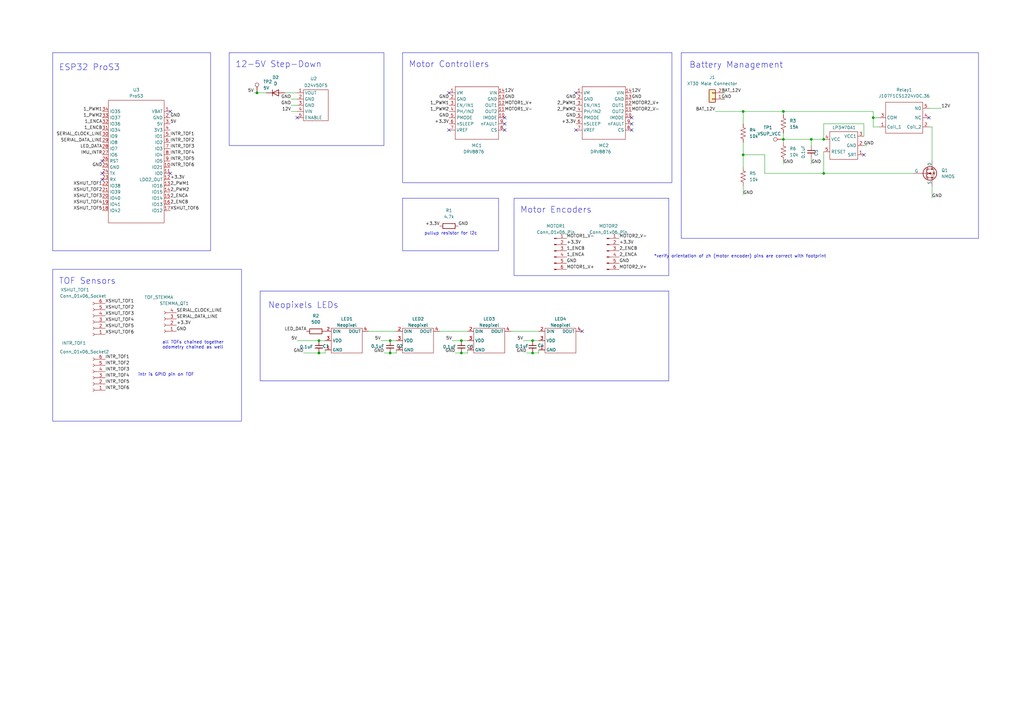
<source format=kicad_sch>
(kicad_sch (version 20231120) (generator "eeschema") (generator_version "8.0")
  (paper "A3")
  (lib_symbols
    (symbol "Connector:Conn_01x04_Socket" (pin_names (offset 1.016) hide)
      (property "Reference" "J" (at 0 5.08 0))
      (property "Value" "Conn_01x04_Socket" (at 0 -7.62 0))
      (symbol "Conn_01x04_Socket_1_1"
        (arc (start 0 -4.572) (mid -0.5058 -5.08) (end 0 -5.588) (stroke (width 0.1524)))
        (arc (start 0 -2.032) (mid -0.5058 -2.54) (end 0 -3.048) (stroke (width 0.1524)))
        (polyline (pts (xy -1.27 -5.08) (xy -0.508 -5.08)) (stroke (width 0.1524)))
        (polyline (pts (xy -1.27 -2.54) (xy -0.508 -2.54)) (stroke (width 0.1524)))
        (polyline (pts (xy -1.27 0) (xy -0.508 0)) (stroke (width 0.1524)))
        (polyline (pts (xy -1.27 2.54) (xy -0.508 2.54)) (stroke (width 0.1524)))
        (arc (start 0 0.508) (mid -0.5058 0) (end 0 -0.508) (stroke (width 0.1524)))
        (arc (start 0 3.048) (mid -0.5058 2.54) (end 0 2.032) (stroke (width 0.1524)))
        (pin passive line (at -5.08 2.54 0) (length 3.81) (name "Pin_1") (number "1"))
        (pin passive line (at -5.08 0 0) (length 3.81) (name "Pin_2") (number "2"))
        (pin passive line (at -5.08 -2.54 0) (length 3.81) (name "Pin_3") (number "3"))
        (pin passive line (at -5.08 -5.08 0) (length 3.81) (name "Pin_4") (number "4"))
      )
    )
    (symbol "Connector:Conn_01x06_Pin" (pin_names (offset 1.016) hide)
      (property "Reference" "J" (at 0 7.62 0))
      (property "Value" "Conn_01x06_Pin" (at 0 -10.16 0))
      (symbol "Conn_01x06_Pin_1_1"
        (polyline (pts (xy 1.27 -7.62) (xy 0.8636 -7.62)) (stroke (width 0.1524)))
        (polyline (pts (xy 1.27 -5.08) (xy 0.8636 -5.08)) (stroke (width 0.1524)))
        (polyline (pts (xy 1.27 -2.54) (xy 0.8636 -2.54)) (stroke (width 0.1524)))
        (polyline (pts (xy 1.27 0) (xy 0.8636 0)) (stroke (width 0.1524)))
        (polyline (pts (xy 1.27 2.54) (xy 0.8636 2.54)) (stroke (width 0.1524)))
        (polyline (pts (xy 1.27 5.08) (xy 0.8636 5.08)) (stroke (width 0.1524)))
        (rectangle (start 0.8636 -7.493) (end 0 -7.747) (stroke (width 0.1524)) (fill (type outline)))
        (rectangle (start 0.8636 -4.953) (end 0 -5.207) (stroke (width 0.1524)) (fill (type outline)))
        (rectangle (start 0.8636 -2.413) (end 0 -2.667) (stroke (width 0.1524)) (fill (type outline)))
        (rectangle (start 0.8636 0.127) (end 0 -0.127) (stroke (width 0.1524)) (fill (type outline)))
        (rectangle (start 0.8636 2.667) (end 0 2.413) (stroke (width 0.1524)) (fill (type outline)))
        (rectangle (start 0.8636 5.207) (end 0 4.953) (stroke (width 0.1524)) (fill (type outline)))
        (pin passive line (at 5.08 5.08 180) (length 3.81) (name "Pin_1") (number "1"))
        (pin passive line (at 5.08 2.54 180) (length 3.81) (name "Pin_2") (number "2"))
        (pin passive line (at 5.08 0 180) (length 3.81) (name "Pin_3") (number "3"))
        (pin passive line (at 5.08 -2.54 180) (length 3.81) (name "Pin_4") (number "4"))
        (pin passive line (at 5.08 -5.08 180) (length 3.81) (name "Pin_5") (number "5"))
        (pin passive line (at 5.08 -7.62 180) (length 3.81) (name "Pin_6") (number "6"))
      )
    )
    (symbol "Connector:Conn_01x06_Socket" (pin_names (offset 1.016) hide)
      (property "Reference" "J" (at 0 7.62 0))
      (property "Value" "Conn_01x06_Socket" (at 0 -10.16 0))
      (symbol "Conn_01x06_Socket_1_1"
        (arc (start 0 -7.112) (mid -0.5058 -7.62) (end 0 -8.128) (stroke (width 0.1524)))
        (arc (start 0 -4.572) (mid -0.5058 -5.08) (end 0 -5.588) (stroke (width 0.1524)))
        (arc (start 0 -2.032) (mid -0.5058 -2.54) (end 0 -3.048) (stroke (width 0.1524)))
        (polyline (pts (xy -1.27 -7.62) (xy -0.508 -7.62)) (stroke (width 0.1524)))
        (polyline (pts (xy -1.27 -5.08) (xy -0.508 -5.08)) (stroke (width 0.1524)))
        (polyline (pts (xy -1.27 -2.54) (xy -0.508 -2.54)) (stroke (width 0.1524)))
        (polyline (pts (xy -1.27 0) (xy -0.508 0)) (stroke (width 0.1524)))
        (polyline (pts (xy -1.27 2.54) (xy -0.508 2.54)) (stroke (width 0.1524)))
        (polyline (pts (xy -1.27 5.08) (xy -0.508 5.08)) (stroke (width 0.1524)))
        (arc (start 0 0.508) (mid -0.5058 0) (end 0 -0.508) (stroke (width 0.1524)))
        (arc (start 0 3.048) (mid -0.5058 2.54) (end 0 2.032) (stroke (width 0.1524)))
        (arc (start 0 5.588) (mid -0.5058 5.08) (end 0 4.572) (stroke (width 0.1524)))
        (pin passive line (at -5.08 5.08 0) (length 3.81) (name "Pin_1") (number "1"))
        (pin passive line (at -5.08 2.54 0) (length 3.81) (name "Pin_2") (number "2"))
        (pin passive line (at -5.08 0 0) (length 3.81) (name "Pin_3") (number "3"))
        (pin passive line (at -5.08 -2.54 0) (length 3.81) (name "Pin_4") (number "4"))
        (pin passive line (at -5.08 -5.08 0) (length 3.81) (name "Pin_5") (number "5"))
        (pin passive line (at -5.08 -7.62 0) (length 3.81) (name "Pin_6") (number "6"))
      )
    )
    (symbol "Connector:TestPoint" (pin_numbers hide) (pin_names (offset 0.762) hide)
      (property "Reference" "TP" (at 0 6.858 0))
      (property "Value" "TestPoint" (at 0 5.08 0))
      (symbol "TestPoint_0_1"
        (circle (center 0 3.302) (radius 0.762))
      )
      (symbol "TestPoint_1_1"
        (pin passive line (at 0 0 90) (length 2.54) (name "1") (number "1"))
      )
    )
    (symbol "Connector_Generic:Conn_01x02" (pin_names (offset 1.016) hide)
      (property "Reference" "J" (at 0 2.54 0))
      (property "Value" "Conn_01x02" (at 0 -5.08 0))
      (symbol "Conn_01x02_1_1"
        (rectangle (start -1.27 -2.413) (end 0 -2.667) (stroke (width 0.1524)))
        (rectangle (start -1.27 0.127) (end 0 -0.127) (stroke (width 0.1524)))
        (rectangle (start -1.27 1.27) (end 1.27 -3.81) (stroke (width 0.254)) (fill (type background)))
        (pin passive line (at -5.08 0 0) (length 3.81) (name "Pin_1") (number "1"))
        (pin passive line (at -5.08 -2.54 0) (length 3.81) (name "Pin_2") (number "2"))
      )
    )
    (symbol "Device:C_Small" (pin_numbers hide) (pin_names (offset 0.254) hide)
      (property "Reference" "C" (at 0.254 1.778 0))
      (property "Value" "C_Small" (at 0.254 -2.032 0))
      (symbol "C_Small_0_1"
        (polyline (pts (xy -1.524 -0.508) (xy 1.524 -0.508)) (stroke (width 0.3302)))
        (polyline (pts (xy -1.524 0.508) (xy 1.524 0.508)) (stroke (width 0.3048)))
      )
      (symbol "C_Small_1_1"
        (pin passive line (at 0 2.54 270) (length 2.032) (name "~") (number "1"))
        (pin passive line (at 0 -2.54 90) (length 2.032) (name "~") (number "2"))
      )
    )
    (symbol "Device:D" (pin_numbers hide) (pin_names (offset 1.016) hide)
      (property "Reference" "D" (at 0 2.54 0))
      (property "Value" "D" (at 0 -2.54 0))
      (symbol "D_0_1"
        (polyline (pts (xy -1.27 1.27) (xy -1.27 -1.27)) (stroke (width 0.254)))
        (polyline (pts (xy 1.27 0) (xy -1.27 0)))
        (polyline (pts (xy 1.27 1.27) (xy 1.27 -1.27) (xy -1.27 0) (xy 1.27 1.27)) (stroke (width 0.254)))
      )
      (symbol "D_1_1"
        (pin passive line (at -3.81 0 0) (length 2.54) (name "K") (number "1"))
        (pin passive line (at 3.81 0 180) (length 2.54) (name "A") (number "2"))
      )
    )
    (symbol "Device:R" (pin_numbers hide) (pin_names (offset 0))
      (property "Reference" "R" (at 2.032 0 90))
      (property "Value" "R" (at 0 0 90))
      (symbol "R_0_1"
        (rectangle (start -1.016 -2.54) (end 1.016 2.54) (stroke (width 0.254)))
      )
      (symbol "R_1_1"
        (pin passive line (at 0 3.81 270) (length 1.27) (name "~") (number "1"))
        (pin passive line (at 0 -3.81 90) (length 1.27) (name "~") (number "2"))
      )
    )
    (symbol "Device:R_US" (pin_numbers hide) (pin_names (offset 0))
      (property "Reference" "R" (at 2.54 0 90))
      (property "Value" "R_US" (at -2.54 0 90))
      (symbol "R_US_0_1"
        (polyline (pts (xy 0 -2.286) (xy 0 -2.54)))
        (polyline (pts (xy 0 2.286) (xy 0 2.54)))
        (polyline (pts (xy 0 -0.762) (xy 1.016 -1.143) (xy 0 -1.524) (xy -1.016 -1.905) (xy 0 -2.286)))
        (polyline (pts (xy 0 0.762) (xy 1.016 0.381) (xy 0 0) (xy -1.016 -0.381) (xy 0 -0.762)))
        (polyline (pts (xy 0 2.286) (xy 1.016 1.905) (xy 0 1.524) (xy -1.016 1.143) (xy 0 0.762)))
      )
      (symbol "R_US_1_1"
        (pin passive line (at 0 3.81 270) (length 1.27) (name "~") (number "1"))
        (pin passive line (at 0 -3.81 90) (length 1.27) (name "~") (number "2"))
      )
    )
    (symbol "Neopixel_1"
      (property "Reference" "LED" (at 0 0 0))
      (symbol "Neopixel_1_0_1"
        (rectangle (start -6.35 -2.54) (end 6.35 -12.7))
      )
      (symbol "Neopixel_1_1_1"
        (pin input line (at -8.89 -11.43 0) (length 2.54) (name "GND") (number "1"))
        (pin input line (at -8.89 -3.81 0) (length 2.54) (name "DIN") (number "2"))
        (pin input line (at -8.89 -7.62 0) (length 2.54) (name "VDD") (number "3"))
        (pin input line (at 8.89 -3.81 180) (length 2.54) (name "DOUT") (number "4"))
      )
    )
    (symbol "Simulation_SPICE:NMOS" (pin_numbers hide) (pin_names (offset 0))
      (property "Reference" "Q1" (at 6.35 1.2701 0))
      (property "Value" "NMOS" (at 6.35 -1.2699 0))
      (symbol "NMOS_0_1"
        (polyline (pts (xy 0.254 0) (xy -2.54 0)))
        (polyline (pts (xy 0.254 1.905) (xy 0.254 -1.905)) (stroke (width 0.254)))
        (polyline (pts (xy 0.762 -1.27) (xy 0.762 -2.286)) (stroke (width 0.254)))
        (polyline (pts (xy 0.762 0.508) (xy 0.762 -0.508)) (stroke (width 0.254)))
        (polyline (pts (xy 0.762 2.286) (xy 0.762 1.27)) (stroke (width 0.254)))
        (polyline (pts (xy 2.54 2.54) (xy 2.54 1.778)))
        (polyline (pts (xy 2.54 -2.54) (xy 2.54 0) (xy 0.762 0)))
        (polyline (pts (xy 0.762 -1.778) (xy 3.302 -1.778) (xy 3.302 1.778) (xy 0.762 1.778)))
        (polyline (pts (xy 1.016 0) (xy 2.032 0.381) (xy 2.032 -0.381) (xy 1.016 0)) (fill (type outline)))
        (polyline (pts (xy 2.794 0.508) (xy 2.921 0.381) (xy 3.683 0.381) (xy 3.81 0.254)))
        (polyline (pts (xy 3.302 0.381) (xy 2.921 -0.254) (xy 3.683 -0.254) (xy 3.302 0.381)))
        (circle (center 1.651 0) (radius 2.794) (stroke (width 0.254)))
        (circle (center 2.54 -1.778) (radius 0.254) (fill (type outline)))
        (circle (center 2.54 1.778) (radius 0.254) (fill (type outline)))
      )
      (symbol "NMOS_1_1"
        (pin input line (at -5.08 0 0) (length 2.54) (name "G") (number "1"))
        (pin passive line (at 2.54 -5.08 90) (length 2.54) (name "S") (number "2"))
        (pin passive line (at 2.54 5.08 270) (length 2.54) (name "D") (number "3"))
      )
    )
    (symbol "board1_libs:D24V50F5"
      (property "Reference" "U" (at 0 2.54 0))
      (property "Value" "D24V50F5" (at 0 5.08 0))
      (symbol "D24V50F5_0_1"
        (rectangle (start -5.08 1.27) (end 5.08 -11.43))
      )
      (symbol "D24V50F5_1_1"
        (pin output line (at -7.62 0 0) (length 2.54) (name "VOUT") (number "1"))
        (pin output line (at -7.62 -2.54 0) (length 2.54) (name "GND") (number "2"))
        (pin output line (at -7.62 -5.08 0) (length 2.54) (name "GND") (number "3"))
        (pin input line (at -7.62 -7.62 0) (length 2.54) (name "VIN") (number "4"))
        (pin input line (at -7.62 -10.16 0) (length 2.54) (name "ENABLE") (number "5"))
      )
    )
    (symbol "board1_libs:DRV8876"
      (property "Reference" "U" (at 2.54 3.81 0))
      (property "Value" "DRV8876" (at 2.54 6.35 0))
      (symbol "DRV8876_0_1"
        (rectangle (start -10.16 -6.35) (end -10.16 -6.35))
        (rectangle (start -6.35 1.27) (end -6.35 1.27))
        (rectangle (start -6.35 1.27) (end 11.43 -20.32))
        (rectangle (start -2.54 -7.62) (end -2.54 -7.62))
        (rectangle (start -2.54 1.27) (end -2.54 1.27))
      )
      (symbol "DRV8876_1_1"
        (pin power_in line (at -8.89 -1.27 0) (length 2.54) (name "VM") (number "1"))
        (pin input line (at 13.97 -11.43 180) (length 2.54) (name "IMODE") (number "10"))
        (pin output line (at 13.97 -8.89 180) (length 2.54) (name "OUT2") (number "11"))
        (pin output line (at 13.97 -6.35 180) (length 2.54) (name "OUT1") (number "12"))
        (pin power_out line (at 13.97 -3.81 180) (length 2.54) (name "GND") (number "13"))
        (pin power_in line (at 13.97 -1.27 180) (length 2.54) (name "VIN") (number "14"))
        (pin power_out line (at -8.89 -3.81 0) (length 2.54) (name "GND") (number "2"))
        (pin input line (at -8.89 -6.35 0) (length 2.54) (name "EN/IN1") (number "3"))
        (pin input line (at -8.89 -8.89 0) (length 2.54) (name "PH/IN2") (number "4"))
        (pin input line (at -8.89 -11.43 0) (length 2.54) (name "PMODE") (number "5"))
        (pin input line (at -8.89 -13.97 0) (length 2.54) (name "nSLEEP") (number "6"))
        (pin input line (at -8.89 -16.51 0) (length 2.54) (name "VREF") (number "7"))
        (pin input line (at 13.97 -16.51 180) (length 2.54) (name "CS") (number "8"))
        (pin open_emitter line (at 13.97 -13.97 180) (length 2.54) (name "nFAULT") (number "9"))
      )
    )
    (symbol "board1_libs:J107F1CS1224VDC.36"
      (property "Reference" "U" (at 0 0 0))
      (property "Value" "J107F1CS1224VDC.36" (at 0 -2.54 0))
      (symbol "J107F1CS1224VDC.36_0_1"
        (rectangle (start -7.62 -3.81) (end 7.62 -16.51))
      )
      (symbol "J107F1CS1224VDC.36_1_1"
        (pin input line (at -10.16 -13.97 0) (length 2.54) (name "Coil_1") (number "1"))
        (pin output line (at 10.16 -13.97 180) (length 2.54) (name "Coil_2") (number "2"))
        (pin input line (at -10.16 -10.16 0) (length 2.54) (name "COM") (number "3"))
        (pin output line (at 10.16 -10.16 180) (length 2.54) (name "NC") (number "4"))
        (pin output line (at 10.16 -6.35 180) (length 2.54) (name "NO") (number "5"))
      )
    )
    (symbol "board1_libs:LP3470A1"
      (property "Reference" "U" (at 0 0 0))
      (symbol "LP3470A1_0_1"
        (rectangle (start -5.08 -1.905) (end 6.35 -13.335))
      )
      (symbol "LP3470A1_1_1"
        (pin input line (at -7.62 -3.81 0) (length 2.54) (name "SRT") (number "1"))
        (pin input line (at -7.62 -7.62 0) (length 2.54) (name "GND") (number "2"))
        (pin input line (at -7.62 -11.43 0) (length 2.54) (name "VCC1") (number "3"))
        (pin input line (at 8.89 -10.16 180) (length 2.54) (name "VCC") (number "4"))
        (pin input line (at 8.89 -5.08 180) (length 2.54) (name "RESET") (number "5"))
      )
    )
    (symbol "board1_libs:Neopixel"
      (property "Reference" "LED" (at 0 0 0))
      (symbol "Neopixel_0_1"
        (rectangle (start -6.35 -2.54) (end 6.35 -12.7))
      )
      (symbol "Neopixel_1_1"
        (pin input line (at -8.89 -11.43 0) (length 2.54) (name "GND") (number "1"))
        (pin input line (at -8.89 -3.81 0) (length 2.54) (name "DIN") (number "2"))
        (pin input line (at -8.89 -7.62 0) (length 2.54) (name "VDD") (number "3"))
        (pin input line (at 8.89 -3.81 180) (length 2.54) (name "DOUT") (number "4"))
      )
    )
    (symbol "board1_libs:ProS3"
      (property "Reference" "U" (at 0 -28.956 0))
      (property "Value" "ProS3" (at -0.508 27.178 0))
      (symbol "ProS3_0_1"
        (rectangle (start -11.43 24.892) (end 11.43 -25.4) (stroke (width 0.1524)))
      )
      (symbol "ProS3_1_1"
        (pin power_in line (at 13.97 20.32 180) (length 2.54) (name "VBAT") (number "1"))
        (pin bidirectional line (at 13.97 -2.54 180) (length 2.54) (name "IO21") (number "10"))
        (pin bidirectional line (at 13.97 -5.08 180) (length 2.54) (name "IO0") (number "11"))
        (pin power_out line (at 13.97 -7.62 180) (length 2.54) (name "LDO2_OUT") (number "12"))
        (pin bidirectional line (at 13.97 -10.16 180) (length 2.54) (name "IO16") (number "13"))
        (pin bidirectional line (at 13.97 -12.7 180) (length 2.54) (name "IO15") (number "14"))
        (pin bidirectional line (at 13.97 -15.24 180) (length 2.54) (name "IO14") (number "15"))
        (pin bidirectional line (at 13.97 -17.78 180) (length 2.54) (name "IO13") (number "16"))
        (pin bidirectional line (at 13.97 -20.32 180) (length 2.54) (name "IO12") (number "17"))
        (pin bidirectional line (at -13.97 -20.32 0) (length 2.54) (name "IO42") (number "18"))
        (pin bidirectional line (at -13.97 -17.78 0) (length 2.54) (name "IO41") (number "19"))
        (pin power_in line (at 13.97 17.78 180) (length 2.54) (name "GND") (number "2"))
        (pin bidirectional line (at -13.97 -15.24 0) (length 2.54) (name "IO40") (number "20"))
        (pin bidirectional line (at -13.97 -12.7 0) (length 2.54) (name "IO39") (number "21"))
        (pin bidirectional line (at -13.97 -10.16 0) (length 2.54) (name "IO38") (number "22"))
        (pin bidirectional line (at -13.97 -7.62 0) (length 2.54) (name "RX") (number "23"))
        (pin bidirectional line (at -13.97 -5.08 0) (length 2.54) (name "TX") (number "24"))
        (pin power_in line (at -13.97 -2.54 0) (length 2.54) (name "GND") (number "25"))
        (pin input line (at -13.97 0 0) (length 2.54) (name "RST") (number "26"))
        (pin bidirectional line (at -13.97 2.54 0) (length 2.54) (name "IO6") (number "27"))
        (pin bidirectional line (at -13.97 5.08 0) (length 2.54) (name "IO7") (number "28"))
        (pin bidirectional line (at -13.97 7.62 0) (length 2.54) (name "IO8") (number "29"))
        (pin power_in line (at 13.97 15.24 180) (length 2.54) (name "5V") (number "3"))
        (pin bidirectional line (at -13.97 10.16 0) (length 2.54) (name "IO9") (number "30"))
        (pin bidirectional line (at -13.97 12.7 0) (length 2.54) (name "IO34") (number "31"))
        (pin bidirectional line (at -13.97 15.24 0) (length 2.54) (name "IO36") (number "32"))
        (pin bidirectional line (at -13.97 17.78 0) (length 2.54) (name "IO37") (number "33"))
        (pin bidirectional line (at -13.97 20.32 0) (length 2.54) (name "IO35") (number "34"))
        (pin power_in line (at 13.97 12.7 180) (length 2.54) (name "3V3") (number "4"))
        (pin bidirectional line (at 13.97 10.16 180) (length 2.54) (name "IO1") (number "5"))
        (pin bidirectional line (at 13.97 7.62 180) (length 2.54) (name "IO2") (number "6"))
        (pin bidirectional line (at 13.97 5.08 180) (length 2.54) (name "IO3") (number "7"))
        (pin bidirectional line (at 13.97 2.54 180) (length 2.54) (name "IO4") (number "8"))
        (pin bidirectional line (at 13.97 0 180) (length 2.54) (name "IO5") (number "9"))
      )
    )
  )
  (junction (at 358.14 48.26))
  (junction (at 189.23 139.7))
  (junction (at 332.74 57.15))
  (junction (at 160.02 139.7))
  (junction (at 337.82 71.12))
  (junction (at 105.41 38.1))
  (junction (at 218.44 139.7))
  (junction (at 337.82 57.15))
  (junction (at 321.31 57.15))
  (junction (at 321.31 45.72))
  (junction (at 130.81 144.78))
  (junction (at 218.44 144.78))
  (junction (at 130.81 139.7))
  (junction (at 304.8 45.72))
  (junction (at 189.23 144.78))
  (junction (at 160.02 144.78))
  (junction (at 304.8 63.5))
  (no_connect (at 69.85 45.72))
  (no_connect (at 259.08 48.26))
  (no_connect (at 236.22 38.1))
  (no_connect (at 184.15 38.1))
  (no_connect (at 354.33 63.5))
  (no_connect (at 41.91 71.12))
  (no_connect (at 69.85 71.12))
  (no_connect (at 207.01 50.8))
  (no_connect (at 207.01 48.26))
  (no_connect (at 207.01 53.34))
  (no_connect (at 259.08 53.34))
  (no_connect (at 121.92 48.26))
  (no_connect (at 41.91 66.04))
  (no_connect (at 238.76 135.89))
  (no_connect (at 184.15 53.34))
  (no_connect (at 41.91 73.66))
  (no_connect (at 236.22 53.34))
  (no_connect (at 381 48.26))
  (no_connect (at 259.08 50.8))
  (wire (pts (xy 162.56 144.78) (xy 162.56 143.51)))
  (wire (pts (xy 354.33 50.8) (xy 337.82 50.8)))
  (wire (pts (xy 321.31 45.72) (xy 358.14 45.72)))
  (wire (pts (xy 133.35 144.78) (xy 133.35 143.51)))
  (wire (pts (xy 209.55 135.89) (xy 220.98 135.89)))
  (wire (pts (xy 218.44 139.7) (xy 220.98 139.7)))
  (wire (pts (xy 121.92 139.7) (xy 130.81 139.7)))
  (wire (pts (xy 382.27 66.04) (xy 382.27 52.07)))
  (wire (pts (xy 121.92 43.18) (xy 119.38 43.18)))
  (wire (pts (xy 304.8 45.72) (xy 321.31 45.72)))
  (wire (pts (xy 297.18 40.64) (xy 295.91 40.64)))
  (wire (pts (xy 304.8 45.72) (xy 304.8 50.8)))
  (wire (pts (xy 304.8 63.5) (xy 304.8 68.58)))
  (wire (pts (xy 321.31 57.15) (xy 332.74 57.15)))
  (wire (pts (xy 121.92 40.64) (xy 119.38 40.64)))
  (wire (pts (xy 121.92 45.72) (xy 119.38 45.72)))
  (wire (pts (xy 215.9 144.78) (xy 218.44 144.78)))
  (wire (pts (xy 116.84 38.1) (xy 121.92 38.1)))
  (wire (pts (xy 214.63 139.7) (xy 218.44 139.7)))
  (wire (pts (xy 337.82 50.8) (xy 337.82 57.15)))
  (wire (pts (xy 191.77 144.78) (xy 191.77 143.51)))
  (wire (pts (xy 156.21 139.7) (xy 160.02 139.7)))
  (wire (pts (xy 304.8 58.42) (xy 304.8 63.5)))
  (wire (pts (xy 151.13 135.89) (xy 162.56 135.89)))
  (wire (pts (xy 160.02 139.7) (xy 162.56 139.7)))
  (wire (pts (xy 381 52.07) (xy 382.27 52.07)))
  (wire (pts (xy 321.31 66.04) (xy 321.31 67.31)))
  (wire (pts (xy 304.8 63.5) (xy 313.69 63.5)))
  (wire (pts (xy 358.14 45.72) (xy 358.14 48.26)))
  (wire (pts (xy 332.74 57.15) (xy 332.74 59.69)))
  (wire (pts (xy 297.18 38.1) (xy 295.91 38.1)))
  (wire (pts (xy 358.14 48.26) (xy 360.68 48.26)))
  (wire (pts (xy 382.27 76.2) (xy 382.27 81.28)))
  (wire (pts (xy 332.74 67.31) (xy 332.74 64.77)))
  (wire (pts (xy 381 44.45) (xy 386.08 44.45)))
  (wire (pts (xy 189.23 139.7) (xy 191.77 139.7)))
  (wire (pts (xy 354.33 55.88) (xy 354.33 50.8)))
  (wire (pts (xy 321.31 45.72) (xy 321.31 46.99)))
  (wire (pts (xy 313.69 71.12) (xy 313.69 63.5)))
  (wire (pts (xy 358.14 52.07) (xy 360.68 52.07)))
  (wire (pts (xy 313.69 71.12) (xy 337.82 71.12)))
  (wire (pts (xy 220.98 144.78) (xy 220.98 143.51)))
  (wire (pts (xy 186.69 144.78) (xy 189.23 144.78)))
  (wire (pts (xy 157.48 144.78) (xy 160.02 144.78)))
  (wire (pts (xy 130.81 144.78) (xy 133.35 144.78)))
  (wire (pts (xy 124.46 144.78) (xy 130.81 144.78)))
  (wire (pts (xy 337.82 71.12) (xy 374.65 71.12)))
  (wire (pts (xy 104.14 38.1) (xy 105.41 38.1)))
  (wire (pts (xy 321.31 54.61) (xy 321.31 57.15)))
  (wire (pts (xy 189.23 144.78) (xy 191.77 144.78)))
  (wire (pts (xy 304.8 76.2) (xy 304.8 80.01)))
  (wire (pts (xy 332.74 57.15) (xy 337.82 57.15)))
  (wire (pts (xy 293.37 45.72) (xy 304.8 45.72)))
  (wire (pts (xy 218.44 144.78) (xy 220.98 144.78)))
  (wire (pts (xy 337.82 62.23) (xy 337.82 71.12)))
  (wire (pts (xy 355.6 59.69) (xy 354.33 59.69)))
  (wire (pts (xy 180.34 135.89) (xy 191.77 135.89)))
  (wire (pts (xy 130.81 139.7) (xy 133.35 139.7)))
  (wire (pts (xy 185.42 139.7) (xy 189.23 139.7)))
  (wire (pts (xy 358.14 52.07) (xy 358.14 48.26)))
  (wire (pts (xy 105.41 38.1) (xy 109.22 38.1)))
  (wire (pts (xy 160.02 144.78) (xy 162.56 144.78)))
  (wire (pts (xy 321.31 57.15) (xy 321.31 58.42)))
  (rectangle (start 165.1 81.28) (end 204.47 102.87))
  (rectangle (start 165.1 21.59) (end 275.59 74.93))
  (rectangle (start 93.98 21.59) (end 157.48 59.69))
  (rectangle (start 21.59 21.59) (end 86.36 102.87))
  (rectangle (start 279.4 21.59) (end 401.32 97.79))
  (rectangle (start 106.68 119.38) (end 274.32 156.21))
  (rectangle (start 21.59 110.49) (end 99.06 172.72))
  (rectangle (start 210.82 81.28) (end 274.32 113.03))
  (text "ESP32 ProS3\n" (at 24.13 29.21 0) (effects (font (size 2.5 2.5)) (justify left bottom)))
  (text "pullup resistor for i2c\n" (at 173.99 96.52 0) (effects (font (size 1.27 1.27)) (justify left bottom)))
  (text "intr is GPIO pin on TOF\n" (at 56.642 154.432 0) (effects (font (size 1.27 1.27)) (justify left bottom)))
  (text "Motor Encoders " (at 213.36 87.63 0) (effects (font (size 2.5 2.5)) (justify left bottom)))
  (text "all TOFs chained together\nodometry chained as well\n\n" (at 66.548 145.288 0) (effects (font (size 1.27 1.27)) (justify left bottom)))
  (text "12-5V Step-Down" (at 96.52 27.94 0) (effects (font (size 2.5 2.5)) (justify left bottom)))
  (text "Battery Management\n" (at 282.702 28.194 0) (effects (font (size 2.5 2.5)) (justify left bottom)))
  (text "*verify orientation of zh (motor encoder) pins are correct with footprint\n" (at 303.53 105.156 0) (effects (font (size 1.27 1.27))))
  (text "TOF Sensors \n" (at 24.13 116.84 0) (effects (font (size 2.5 2.5)) (justify left bottom)))
  (text "Motor Controllers" (at 167.64 27.94 0) (effects (font (size 2.5 2.5)) (justify left bottom)))
  (text "Neopixels LEDs" (at 109.982 126.746 0) (effects (font (size 2.5 2.5)) (justify left bottom)))
  (label "+3.3V" (at 184.15 50.8 180))
  (label "MOTOR1_V-" (at 207.01 45.72 0))
  (label "5V" (at 214.63 139.7 180))
  (label "BAT_12V" (at 295.91 38.1 0))
  (label "GND" (at 186.69 144.78 180))
  (label "1_PWM1" (at 41.91 45.72 180))
  (label "INTR_TOF1" (at 43.18 147.32 0))
  (label "GND" (at 295.91 40.64 0))
  (label "XSHUT_TOF6" (at 69.85 86.36 0))
  (label "GND" (at 119.38 43.18 180))
  (label "+3.3V" (at 254 100.33 0))
  (label "GND" (at 236.22 48.26 180))
  (label "BAT_12V" (at 293.37 45.72 180))
  (label "MOTOR2_V+" (at 259.08 43.18 0))
  (label "+3.3V" (at 72.39 133.35 0))
  (label "INTR_TOF4" (at 69.85 63.5 0))
  (label "INTR_TOF5" (at 43.18 157.48 0))
  (label "12V" (at 207.01 38.1 0))
  (label "+3.3V" (at 232.41 100.33 0))
  (label "XSHUT_TOF2" (at 43.18 127 0))
  (label "GND" (at 72.39 135.89 0))
  (label "GND" (at 321.31 67.31 0))
  (label "+3.3V" (at 180.34 92.71 180))
  (label "MOTOR2_V-" (at 254 97.79 0))
  (label "+3.3V" (at 236.22 50.8 180))
  (label "GND" (at 232.41 107.95 0))
  (label "INTR_TOF2" (at 69.85 58.42 0))
  (label "1_ENCB" (at 232.41 102.87 0))
  (label "GND" (at 184.15 48.26 180))
  (label "5V" (at 185.42 139.7 180))
  (label "XSHUT_TOF6" (at 43.18 137.16 0))
  (label "XSHUT_TOF3" (at 41.91 81.28 180))
  (label "GND" (at 236.22 40.64 180))
  (label "1_PWM2" (at 41.91 48.26 180))
  (label "MOTOR1_V-" (at 232.41 97.79 0))
  (label "XSHUT_TOF2" (at 41.91 78.74 180))
  (label "XSHUT_TOF1" (at 41.91 76.2 180))
  (label "2_PWM2" (at 236.22 45.72 180))
  (label "IMU_INTR" (at 41.91 63.5 180))
  (label "1_PWM1" (at 184.15 43.18 180))
  (label "12V" (at 259.08 38.1 0))
  (label "GND" (at 157.48 144.78 180))
  (label "MOTOR1_V+" (at 207.01 43.18 0))
  (label "SERIAL_CLOCK_LINE" (at 41.91 55.88 180))
  (label "GND" (at 332.74 67.31 0))
  (label "INTR_TOF6" (at 69.85 68.58 0))
  (label "GND" (at 259.08 40.64 0))
  (label "GND" (at 69.85 48.26 0))
  (label "MOTOR2_V-" (at 259.08 45.72 0))
  (label "12V" (at 119.38 45.72 180))
  (label "XSHUT_TOF5" (at 43.18 134.62 0))
  (label "+3.3V" (at 69.85 73.66 0))
  (label "LED_DATA" (at 41.91 60.96 180))
  (label "GND" (at 207.01 40.64 0))
  (label "INTR_TOF3" (at 43.18 152.4 0))
  (label "XSHUT_TOF4" (at 43.18 132.08 0))
  (label "5V" (at 121.92 139.7 180))
  (label "SERIAL_DATA_LINE" (at 72.39 130.81 0))
  (label "5V" (at 156.21 139.7 180))
  (label "GND" (at 382.27 81.28 0))
  (label "12V" (at 386.08 44.45 0))
  (label "GND" (at 41.91 68.58 180))
  (label "MOTOR1_V+" (at 232.41 110.49 0))
  (label "MOTOR2_V+" (at 254 110.49 0))
  (label "INTR_TOF5" (at 69.85 66.04 0))
  (label "GND" (at 119.38 40.64 180))
  (label "1_PWM2" (at 184.15 45.72 180))
  (label "SERIAL_DATA_LINE" (at 41.91 58.42 180))
  (label "GND" (at 184.15 40.64 180))
  (label "XSHUT_TOF3" (at 43.18 129.54 0))
  (label "INTR_TOF6" (at 43.18 160.02 0))
  (label "5V" (at 104.14 38.1 180))
  (label "2_PWM1" (at 69.85 76.2 0))
  (label "GND" (at 215.9 144.78 180))
  (label "GND" (at 254 107.95 0))
  (label "1_ENCA" (at 41.91 50.8 180))
  (label "2_ENCA" (at 254 105.41 0))
  (label "GND" (at 354.33 59.69 0))
  (label "2_ENCA" (at 69.85 81.28 0))
  (label "5V" (at 69.85 50.8 0))
  (label "GND" (at 187.96 92.71 0))
  (label "INTR_TOF2" (at 43.18 149.86 0))
  (label "INTR_TOF3" (at 69.85 60.96 0))
  (label "XSHUT_TOF4" (at 41.91 83.82 180))
  (label "XSHUT_TOF1" (at 43.18 124.46 0))
  (label "1_ENCB" (at 41.91 53.34 180))
  (label "INTR_TOF4" (at 43.18 154.94 0))
  (label "GND" (at 304.8 80.01 0))
  (label "LED_DATA" (at 125.73 135.89 180))
  (label "GND" (at 124.46 144.78 180))
  (label "SERIAL_CLOCK_LINE" (at 72.39 128.27 0))
  (label "2_PWM2" (at 69.85 78.74 0))
  (label "1_ENCA" (at 232.41 105.41 0))
  (label "2_ENCB" (at 254 102.87 0))
  (label "XSHUT_TOF5" (at 41.91 86.36 180))
  (label "INTR_TOF1" (at 69.85 55.88 0))
  (label "2_PWM1" (at 236.22 43.18 180))
  (label "2_ENCB" (at 69.85 83.82 0))
  (symbol (lib_id "Connector:TestPoint") (at 105.41 38.1 0) (unit 1)
    (property "Reference" "TP2" (at 107.95 33.5279 0) (effects (justify left)))
    (property "Value" "5V" (at 107.95 36.0679 0) (effects (justify left)))
    (property "Footprint" "Connector_PinHeader_2.54mm:PinHeader_1x01_P2.54mm_Vertical" (effects (hide yes)))
    (property "Description" "test point" (effects (hide yes)))
  )
  (symbol (lib_id "Device:C_Small") (at 130.81 142.24 0) (unit 1)
    (property "Reference" "C1" (at 132.334 141.986 0) (effects (justify left)))
    (property "Value" "0.1uF" (at 122.936 142.24 0) (effects (justify left)))
    (property "Footprint" "Capacitor_SMD:C_0805_2012Metric_Pad1.18x1.45mm_HandSolder" (effects (hide yes)))
    (property "Description" "Unpolarized capacitor, small symbol" (effects (hide yes)))
  )
  (symbol (lib_id "Device:C_Small") (at 160.02 142.24 0) (unit 1)
    (property "Reference" "C2" (at 162.56 141.986 0) (effects (justify left)))
    (property "Value" "0.1uF" (at 152.146 141.986 0) (effects (justify left)))
    (property "Footprint" "Capacitor_SMD:C_0805_2012Metric_Pad1.18x1.45mm_HandSolder" (effects (hide yes)))
    (property "Description" "Unpolarized capacitor, small symbol" (effects (hide yes)))
  )
  (symbol (lib_id "Device:R") (at 129.54 135.89 90) (unit 1)
    (property "Reference" "R2" (at 129.54 129.54 90))
    (property "Value" "500" (at 129.54 132.08 90))
    (property "Footprint" "Resistor_SMD:R_0805_2012Metric_Pad1.20x1.40mm_HandSolder" (effects (hide yes)))
  )
  (symbol (lib_id "Device:R_US") (at 304.8 72.39 0) (unit 1)
    (property "Reference" "R5" (at 307.34 71.1199 0) (effects (justify left)))
    (property "Value" "10k" (at 307.34 73.6599 0) (effects (justify left)))
    (property "Footprint" "Resistor_SMD:R_0805_2012Metric" (effects (hide yes)))
    (property "Description" "Resistor, US symbol" (effects (hide yes)))
  )
  (symbol (lib_id "Device:R_US") (at 321.31 62.23 0) (unit 1)
    (property "Reference" "R6" (at 323.85 60.9599 0) (effects (justify left)))
    (property "Value" "10k" (at 323.85 63.4999 0) (effects (justify left)))
    (property "Footprint" "Resistor_SMD:R_0805_2012Metric" (effects (hide yes)))
    (property "Description" "Resistor, US symbol" (effects (hide yes)))
  )
  (symbol (lib_id "board1_libs:ProS3") (at 55.88 66.04 0) (unit 1)
    (property "Reference" "U3" (at 55.88 36.83 0))
    (property "Value" "ProS3" (at 55.88 39.37 0))
    (property "Footprint" "board1_footprints:ProS3_TH (1)" (effects (hide yes)))
  )
  (symbol (lib_id "Connector_Generic:Conn_01x02") (at 292.1 40.64 180) (unit 1)
    (property "Reference" "J1" (at 292.1 31.75 0))
    (property "Value" "XT30 Male Connector" (at 292.1 34.29 0))
    (property "Footprint" "Connector_AMASS:AMASS_XT30U-M_1x02_P5.0mm_Vertical" (effects (hide yes)))
  )
  (symbol (lib_id "Device:C_Small") (at 332.74 62.23 0) (unit 1)
    (property "Reference" "C5" (at 334.772 64.008 90) (effects (justify left)))
    (property "Value" "0.1uF" (at 329.438 65.024 90) (effects (justify left)))
    (property "Footprint" "Capacitor_SMD:C_0805_2012Metric_Pad1.18x1.45mm_HandSolder" (effects (hide yes)))
    (property "Description" "Unpolarized capacitor, small symbol" (effects (hide yes)))
  )
  (symbol (lib_id "Device:R") (at 184.15 92.71 90) (unit 1)
    (property "Reference" "R1" (at 184.15 86.36 90))
    (property "Value" "4.7k" (at 184.15 88.9 90))
    (property "Footprint" "Resistor_SMD:R_0805_2012Metric_Pad1.20x1.40mm_HandSolder" (effects (hide yes)))
  )
  (symbol (lib_id "board1_libs:DRV8876") (at 193.04 36.83 0) (unit 1)
    (property "Reference" "MC1" (at 195.58 59.69 0))
    (property "Value" "DRV8876" (at 194.31 62.23 0))
    (property "Footprint" "board1_footprints:DRV8876" (effects (hide yes)))
  )
  (symbol (lib_id "board1_libs:Neopixel") (at 200.66 132.08 0) (unit 1)
    (property "Reference" "LED3" (at 200.66 130.81 0))
    (property "Value" "Neopixel" (at 200.66 133.35 0))
    (property "Footprint" "board1_footprints:Neopixels 5050" (effects (hide yes)))
  )
  (symbol (lib_id "board1_libs:D24V50F5") (at 129.54 38.1 0) (unit 1)
    (property "Reference" "U2" (at 127.254 32.258 0) (effects (justify left)))
    (property "Value" "D24V50F5" (at 124.714 35.052 0) (effects (justify left)))
    (property "Footprint" "Connector_PinHeader_2.54mm:PinHeader_1x05_P2.54mm_Vertical" (effects (hide yes)))
  )
  (symbol (lib_id "board1_libs:LP3470A1") (at 346.71 67.31 180) (unit 1)
    (property "Reference" "LP3470A1" (at 346.202 52.324 0))
    (property "Value" "~" (at 346.075 52.07 0))
    (property "Footprint" "Package_TO_SOT_SMD:SOT-23-5" (effects (hide yes)))
  )
  (symbol (lib_id "Device:C_Small") (at 218.44 142.24 0) (unit 1)
    (property "Reference" "C4" (at 220.472 141.732 0) (effects (justify left)))
    (property "Value" "0.1uF" (at 211.328 141.986 0) (effects (justify left)))
    (property "Footprint" "Capacitor_SMD:C_0805_2012Metric_Pad1.18x1.45mm_HandSolder" (effects (hide yes)))
    (property "Description" "Unpolarized capacitor, small symbol" (effects (hide yes)))
  )
  (symbol (lib_id "Device:D") (at 113.03 38.1 0) (unit 1)
    (property "Reference" "D2" (at 113.03 31.75 0))
    (property "Value" "D" (at 113.03 34.29 0))
    (property "Footprint" "Diode_SMD:D_SMB" (effects (hide yes)))
    (property "Description" "Diode" (effects (hide yes)))
    (property "Sim.Device" "D" (effects (hide yes)))
    (property "Sim.Pins" "1=K 2=A" (effects (hide yes)))
  )
  (symbol (lib_id "Connector:Conn_01x04_Socket") (at 67.31 133.35 180) (unit 1)
    (property "Reference" "STEMMA_QT1" (at 77.47 124.46 0) (effects (justify left)))
    (property "Value" "TOF_STEMMA" (at 71.12 121.92 0) (effects (justify left)))
    (property "Footprint" "Connector_JST:JST_SH_SM04B-SRSS-TB_1x04-1MP_P1.00mm_Horizontal" (effects (hide yes)))
  )
  (symbol (lib_id "board1_libs:J107F1CS1224VDC.36") (at 370.84 38.1 0) (unit 1)
    (property "Reference" "Relay1" (at 370.84 36.83 0))
    (property "Value" "J107F1CS1224VDC.36" (at 370.84 39.37 0))
    (property "Footprint" "board1_footprints:J107" (effects (hide yes)))
  )
  (symbol (lib_id "Connector:Conn_01x06_Pin") (at 227.33 102.87 0) (unit 1)
    (property "Reference" "MOTOR1" (at 227.965 92.71 0))
    (property "Value" "Conn_01x06_Pin" (at 227.965 95.25 0))
    (property "Footprint" "board1_footprints:ZH1.5-6" (effects (hide yes)))
  )
  (symbol (lib_id "Connector:Conn_01x06_Pin") (at 248.92 102.87 0) (unit 1)
    (property "Reference" "MOTOR2" (at 249.555 92.71 0))
    (property "Value" "Conn_01x06_Pin" (at 249.555 95.25 0))
    (property "Footprint" "board1_footprints:ZH1.5-6" (effects (hide yes)))
  )
  (symbol (lib_id "Device:R_US") (at 304.8 54.61 0) (unit 1)
    (property "Reference" "R4" (at 307.34 53.3399 0) (effects (justify left)))
    (property "Value" "10k" (at 307.34 55.8799 0) (effects (justify left)))
    (property "Footprint" "Resistor_SMD:R_0805_2012Metric" (effects (hide yes)))
    (property "Description" "Resistor, US symbol" (effects (hide yes)))
  )
  (symbol (lib_id "Device:C_Small") (at 189.23 142.24 0) (unit 1)
    (property "Reference" "C3" (at 191.516 142.24 0) (effects (justify left)))
    (property "Value" "0.1uF" (at 181.61 142.24 0) (effects (justify left)))
    (property "Footprint" "Capacitor_SMD:C_0805_2012Metric_Pad1.18x1.45mm_HandSolder" (effects (hide yes)))
    (property "Description" "Unpolarized capacitor, small symbol" (effects (hide yes)))
  )
  (symbol (lib_id "Connector:Conn_01x06_Socket") (at 38.1 154.94 180) (unit 1)
    (property "Reference" "INTR_TOF1" (at 35.306 140.716 0) (effects (justify left)))
    (property "Value" "Conn_01x06_Socket2" (at 44.704 144.272 0) (effects (justify left)))
    (property "Footprint" "Connector_PinHeader_2.54mm:PinHeader_1x06_P2.54mm_Vertical" (effects (hide yes)))
    (property "Description" "Generic connector, single row, 01x06, script generated" (effects (hide yes)))
  )
  (symbol (lib_id "board1_libs:Neopixel") (at 171.45 132.08 0) (unit 1)
    (property "Reference" "LED2" (at 171.45 130.81 0))
    (property "Value" "Neopixel" (at 171.45 133.35 0))
    (property "Footprint" "board1_footprints:Neopixels 5050" (effects (hide yes)))
  )
  (symbol (lib_id "Simulation_SPICE:NMOS") (at 379.73 71.12 0) (unit 1)
    (property "Reference" "Q1" (at 386.08 69.8499 0) (effects (justify left)))
    (property "Value" "NMOS" (at 386.08 72.3899 0) (effects (justify left)))
    (property "Footprint" "Package_TO_SOT_SMD:SOT-23" (effects (hide yes)))
    (property "Datasheet" "https://ngspice.sourceforge.io/docs/ngspice-html-manual/manual.xhtml#cha_MOSFETs" (effects (hide yes)))
    (property "Description" "N-MOSFET transistor, drain/source/gate" (effects (hide yes)))
    (property "Sim.Device" "NMOS" (effects (hide yes)))
    (property "Sim.Type" "VDMOS" (effects (hide yes)))
    (property "Sim.Pins" "1=D 2=G 3=S" (effects (hide yes)))
  )
  (symbol (lib_id "Device:R_US") (at 321.31 50.8 0) (unit 1)
    (property "Reference" "R3" (at 323.85 49.5299 0) (effects (justify left)))
    (property "Value" "15k" (at 323.85 52.0699 0) (effects (justify left)))
    (property "Footprint" "Resistor_SMD:R_0805_2012Metric" (effects (hide yes)))
    (property "Description" "Resistor, US symbol" (effects (hide yes)))
  )
  (symbol (lib_name "Neopixel_1") (lib_id "board1_libs:Neopixel") (at 142.24 132.08 0) (unit 1)
    (property "Reference" "LED1" (at 142.24 130.81 0))
    (property "Value" "Neopixel" (at 142.24 133.35 0))
    (property "Footprint" "board1_footprints:Neopixels 5050" (effects (hide yes)))
  )
  (symbol (lib_id "board1_libs:DRV8876") (at 245.11 36.83 0) (unit 1)
    (property "Reference" "MC2" (at 247.65 59.69 0))
    (property "Value" "DRV8876" (at 246.38 62.23 0))
    (property "Footprint" "board1_footprints:DRV8876" (effects (hide yes)))
  )
  (symbol (lib_id "Connector:Conn_01x06_Socket") (at 38.1 132.08 180) (unit 1)
    (property "Reference" "XSHUT_TOF1" (at 30.734 118.872 0))
    (property "Value" "Conn_01x06_Socket" (at 34.036 121.412 0))
    (property "Footprint" "Connector_PinHeader_2.54mm:PinHeader_1x06_P2.54mm_Vertical" (effects (hide yes)))
    (property "Description" "Generic connector, single row, 01x06, script generated" (effects (hide yes)))
  )
  (symbol (lib_id "Connector:TestPoint") (at 321.31 57.15 90) (unit 1)
    (property "Reference" "TP1" (at 314.96 52.324 90))
    (property "Value" "VSUP_VCC" (at 315.468 54.864 90))
    (property "Footprint" "Connector_PinHeader_2.54mm:PinHeader_1x01_P2.54mm_Vertical" (effects (hide yes)))
    (property "Description" "test point" (effects (hide yes)))
  )
  (symbol (lib_id "board1_libs:Neopixel") (at 229.87 132.08 0) (unit 1)
    (property "Reference" "LED4" (at 229.87 130.81 0))
    (property "Value" "Neopixel" (at 229.87 133.35 0))
    (property "Footprint" "board1_footprints:Neopixels 5050" (effects (hide yes)))
  )
)
</source>
